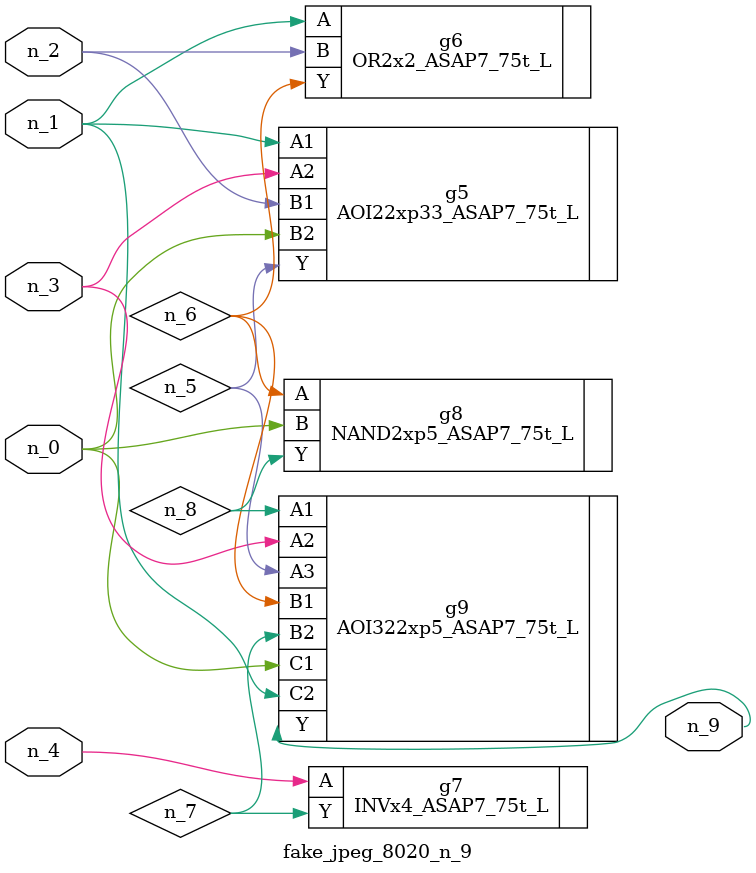
<source format=v>
module fake_jpeg_8020_n_9 (n_3, n_2, n_1, n_0, n_4, n_9);

input n_3;
input n_2;
input n_1;
input n_0;
input n_4;

output n_9;

wire n_8;
wire n_6;
wire n_5;
wire n_7;

AOI22xp33_ASAP7_75t_L g5 ( 
.A1(n_1),
.A2(n_3),
.B1(n_2),
.B2(n_0),
.Y(n_5)
);

OR2x2_ASAP7_75t_L g6 ( 
.A(n_1),
.B(n_2),
.Y(n_6)
);

INVx4_ASAP7_75t_L g7 ( 
.A(n_4),
.Y(n_7)
);

NAND2xp5_ASAP7_75t_L g8 ( 
.A(n_6),
.B(n_0),
.Y(n_8)
);

AOI322xp5_ASAP7_75t_L g9 ( 
.A1(n_8),
.A2(n_3),
.A3(n_5),
.B1(n_6),
.B2(n_7),
.C1(n_0),
.C2(n_1),
.Y(n_9)
);


endmodule
</source>
